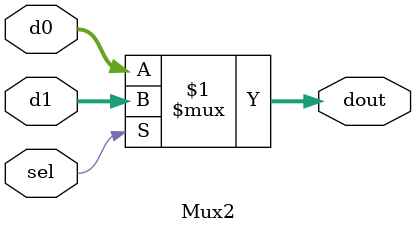
<source format=v>
module Mux4 #(parameter width = 32)
(   input [width-1:0] d0,
    input [width-1:0] d1,
	 input [width-1:0] d2,
	 input [width-1:0] d3,
	 input [1:0] sel,
	 output [width-1:0] dout
    );
	 
	 assign dout = sel[1]?(sel[0]?d3:d2):(sel[0]?d1:d0);

endmodule

module Mux2 #(parameter width = 32)
(   input [width-1:0] d0,
    input [width-1:0] d1,
	 input sel,
	 output [width-1:0] dout
);

    assign dout = sel?d1:d0;

endmodule


</source>
